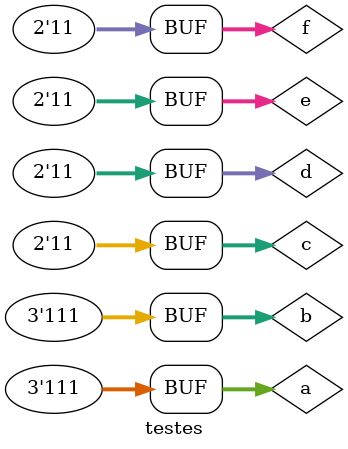
<source format=v>

module halfadder(s, c, a, b);
	input  a, b;//variaveis
	output s, c;//s = saida, c = cout
	
	xor XOR1 (s, a, b);
	and AND1 (c, a, b);
	
endmodule 

//soma-completa
module fulladder (s,cout,cin,a,b);
	input  cin, a, b;
	output s, cout;
	
	wire s10,s11,s21;
	
	halfadder HALF1 (s10,s11,a,b);
	halfadder HALF2 (s,s21,cin,s10);
	or 		 OR1   (cout,s11,s21);
	
endmodule


module ex01 ( s, a, b );
	output[3:0] s;//sinal não considerado
	input[2:0]  a, b;
	
	wire cout1,cout2;
	
	halfadder HALF1 (s[0],cout1,a[0],b[0]);
	fulladder FULL1 (s[1],cout2,cout1,a[1],b[1]);
	fulladder FULL2 (s[2],s[3],cout2,a[2],b[2]);
	
endmodule


//Exercício 02
//meia-subtração normal
module halfsub (s, bout, a, b);
	input  a, b;
	output s, bout;
	
	wire s0, na;
	
	xor XOR1 (   s, a, b);
	not NOT1 (  na, a);
	and AND1 (bout,na, b);
	
endmodule

//subtração completa
module fullsub (s0, s1, bin, a, b);
	input  bin, a, b;
	output s0, s1;
	
	wire s2,
		 bout0, bout1;
	
	halfsub SUB1 (s2,bout0, a,  b);
	halfsub SUB2 (s0,bout1,s2,bin);
	or      OR1  (s1,bout0, bout1);

endmodule

module ex02 ( s, a, b );
	output[2:0] s;
	input[1:0]  a, b;
	
	wire bout1;
	
	halfsub HALF1 (s[0],bout1,a[0],b[0]);
	fullsub FULL2 (s[1],s[2],bout1,a[1],b[1]);
	
endmodule

//exercício 03
module ex03	 ( s, a, b );
	output[3:0] s;
	input[1:0]  a, b;
	
	wire and2,and3,and4;
	wire cout1,cout2;

	and AND1 (s[0],a[0],b[0]);
	and AND2 (and2,a[1],b[0]);
	and AND3 (and3,a[0],b[1]);
	
	halfadder HALF1 (s[1],cout1,and2,and3);
	
	and 		 AND4  (and4,a[1],b[1]);
	halfadder HALF2 (s[2],s[3],cout1,and4);

	
endmodule 

module testes;

	reg[2:0] a, b;//ex01
	reg[1:0] c, d,//ex02
				e, f;//ex03
	
	wire[3:0] ex1,//ex01
				 ex3;//ex03
	wire[2:0] ex2;//ex02
				 

	ex01 EX1 (ex1, a, b);
	ex02 EX2 (ex2, c, d);
	ex03 EX3 (ex3, e, f);

		 
	initial begin
		#1 $display("Testes do exercicio 01");
		   a = 3'b000; b = 3'b000;
		#1 $monitor("%3b + %3b = %4b",a, b, ex1);
		#1 a = 3'b001; b = 3'b000;
		#1 a = 3'b010; b = 3'b000;
		#1 a = 3'b011; b = 3'b000;
		#1 a = 3'b111; b = 3'b000;
		#1 a = 3'b000; b = 3'b001;
		#1 a = 3'b001; b = 3'b001;
		#1 a = 3'b010; b = 3'b001;
		#1 a = 3'b011; b = 3'b001;
		#1 a = 3'b111; b = 3'b001;
		#1 a = 3'b000; b = 3'b010;
		#1 a = 3'b001; b = 3'b010;
		#1 a = 3'b010; b = 3'b010;
		#1 a = 3'b011; b = 3'b010;
		#1 a = 3'b111; b = 3'b010;
		#1 a = 3'b000; b = 3'b011;
		#1 a = 3'b001; b = 3'b011;
		#1 a = 3'b010; b = 3'b011;
		#1 a = 3'b011; b = 3'b011;
		#1 a = 3'b111; b = 3'b011;
		#1 a = 3'b000; b = 3'b111;
		#1 a = 3'b001; b = 3'b111;
		#1 a = 3'b010; b = 3'b111;
		#1 a = 3'b011; b = 3'b111;
		#1 a = 3'b111; b = 3'b111;

		#1 $display("");		
		#1 $display("Testes do exercicio 02");
		   c = 2'b00; d = 4'b00;
		#1 $monitor("%2b - %2b = %3b",c, d, ex2);
		#1 c = 2'b01; d = 2'b00;
		#1 c = 2'b10; d = 2'b00;
		#1 c = 2'b11; d = 2'b00;
		#1 c = 2'b00; d = 2'b01;
		#1 c = 2'b01; d = 2'b01;
		#1 c = 2'b10; d = 2'b01;
		#1 c = 2'b11; d = 2'b01;
		#1 c = 2'b00; d = 2'b11;
		#1 c = 2'b01; d = 2'b11;
		#1 c = 2'b10; d = 2'b11;
		#1 c = 2'b11; d = 2'b11;
		
		#1 $display("");
		#1 $display("Testes do exercicio 03");
		   e = 2'b00; f = 2'b00;
		#1 $monitor("%2b * %2b = %4b",e, f, ex3);
		#1 e = 2'b01; f = 2'b00;
		#1 e = 2'b10; f = 2'b00;
		#1 e = 2'b11; f = 2'b00;
		#1 e = 2'b00; f = 2'b01;
		#1 e = 2'b01; f = 2'b01;
		#1 e = 2'b10; f = 2'b01;
		#1 e = 2'b11; f = 2'b01;		
		#1 e = 2'b00; f = 2'b11;
		#1 e = 2'b01; f = 2'b11;
		#1 e = 2'b10; f = 2'b11;
		#1 e = 2'b11; f = 2'b11;		
	
	end
	
endmodule
</source>
